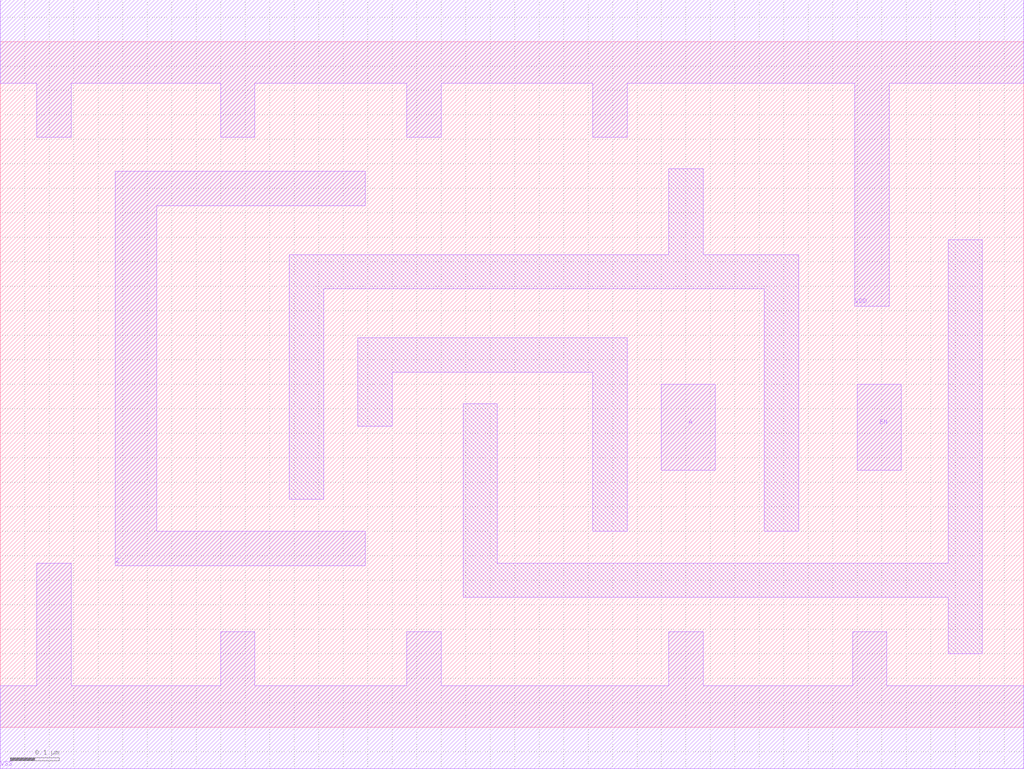
<source format=lef>
# 
# ******************************************************************************
# *                                                                            *
# *                   Copyright (C) 2004-2010, Nangate Inc.                    *
# *                           All rights reserved.                             *
# *                                                                            *
# * Nangate and the Nangate logo are trademarks of Nangate Inc.                *
# *                                                                            *
# * All trademarks, logos, software marks, and trade names (collectively the   *
# * "Marks") in this program are proprietary to Nangate or other respective    *
# * owners that have granted Nangate the right and license to use such Marks.  *
# * You are not permitted to use the Marks without the prior written consent   *
# * of Nangate or such third party that may own the Marks.                     *
# *                                                                            *
# * This file has been provided pursuant to a License Agreement containing     *
# * restrictions on its use. This file contains valuable trade secrets and     *
# * proprietary information of Nangate Inc., and is protected by U.S. and      *
# * international laws and/or treaties.                                        *
# *                                                                            *
# * The copyright notice(s) in this file does not indicate actual or intended  *
# * publication of this file.                                                  *
# *                                                                            *
# *     NGLibraryCreator, v2010.08-HR32-SP3-2010-08-05 - build 1009061800      *
# *                                                                            *
# ******************************************************************************
# 
# 
# Running on brazil06.nangate.com.br for user Giancarlo Franciscatto (gfr).
# Local time is now Fri, 3 Dec 2010, 19:32:18.
# Main process id is 27821.

VERSION 5.6 ;
BUSBITCHARS "[]" ;
DIVIDERCHAR "/" ;

MACRO TBUF_X4
  CLASS core ;
  FOREIGN TBUF_X4 0.0 0.0 ;
  ORIGIN 0 0 ;
  SYMMETRY X Y ;
  SITE FreePDK45_38x28_10R_NP_162NW_34O ;
  SIZE 2.09 BY 1.4 ;
  PIN A
    DIRECTION INPUT ;
    ANTENNAPARTIALMETALAREA 0.01925 LAYER metal1 ;
    ANTENNAPARTIALMETALSIDEAREA 0.0741 LAYER metal1 ;
    ANTENNAGATEAREA 0.1045 ;
    PORT
      LAYER metal1 ;
        POLYGON 1.35 0.525 1.46 0.525 1.46 0.7 1.35 0.7  ;
    END
  END A
  PIN EN
    DIRECTION INPUT ;
    ANTENNAPARTIALMETALAREA 0.01575 LAYER metal1 ;
    ANTENNAPARTIALMETALSIDEAREA 0.0689 LAYER metal1 ;
    ANTENNAGATEAREA 0.0785 ;
    PORT
      LAYER metal1 ;
        POLYGON 1.75 0.525 1.84 0.525 1.84 0.7 1.75 0.7  ;
    END
  END EN
  PIN Z
    DIRECTION OUTPUT ;
    ANTENNAPARTIALMETALAREA 0.127925 LAYER metal1 ;
    ANTENNAPARTIALMETALSIDEAREA 0.4524 LAYER metal1 ;
    ANTENNADIFFAREA 0.2506 ;
    PORT
      LAYER metal1 ;
        POLYGON 0.32 1.065 0.745 1.065 0.745 1.135 0.235 1.135 0.235 0.33 0.745 0.33 0.745 0.4 0.32 0.4  ;
    END
  END Z
  PIN VDD
    DIRECTION INOUT ;
    USE power ;
    SHAPE ABUTMENT ;
    PORT
      LAYER metal1 ;
        POLYGON 0 1.315 0.075 1.315 0.075 1.205 0.145 1.205 0.145 1.315 0.45 1.315 0.45 1.205 0.52 1.205 0.52 1.315 0.83 1.315 0.83 1.205 0.9 1.205 0.9 1.315 1.21 1.315 1.21 1.205 1.28 1.205 1.28 1.315 1.63 1.315 1.745 1.315 1.745 0.86 1.815 0.86 1.815 1.315 2.005 1.315 2.09 1.315 2.09 1.485 2.005 1.485 1.63 1.485 0 1.485  ;
    END
  END VDD
  PIN VSS
    DIRECTION INOUT ;
    USE ground ;
    SHAPE ABUTMENT ;
    PORT
      LAYER metal1 ;
        POLYGON 0 -0.085 2.09 -0.085 2.09 0.085 1.81 0.085 1.81 0.195 1.74 0.195 1.74 0.085 1.435 0.085 1.435 0.195 1.365 0.195 1.365 0.085 0.9 0.085 0.9 0.195 0.83 0.195 0.83 0.085 0.52 0.085 0.52 0.195 0.45 0.195 0.45 0.085 0.145 0.085 0.145 0.335 0.075 0.335 0.075 0.085 0 0.085  ;
    END
  END VSS
  OBS
      LAYER metal1 ;
        POLYGON 0.73 0.615 0.8 0.615 0.8 0.725 1.21 0.725 1.21 0.4 1.28 0.4 1.28 0.795 0.73 0.795  ;
        POLYGON 0.59 0.465 0.66 0.465 0.66 0.895 1.56 0.895 1.56 0.4 1.63 0.4 1.63 0.965 1.435 0.965 1.435 1.14 1.365 1.14 1.365 0.965 0.59 0.965  ;
        POLYGON 0.945 0.265 1.935 0.265 1.935 0.15 2.005 0.15 2.005 0.995 1.935 0.995 1.935 0.335 1.015 0.335 1.015 0.66 0.945 0.66  ;
  END
END TBUF_X4

END LIBRARY
#
# End of file
#

</source>
